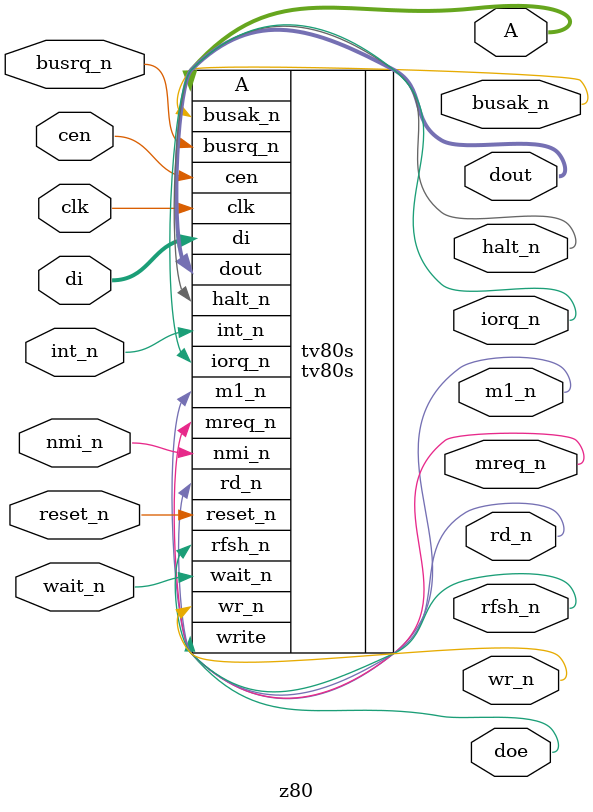
<source format=v>
/*
 * Copyright (c) 2024 ReJ aka Renaldas Zioma
 * SPDX-License-Identifier: Apache-2.0
 */

`default_nettype none

module tt_um_rejunity_z80 (
    input  wire [7:0] ui_in,    // Dedicated inputs
    output wire [7:0] uo_out,   // Dedicated outputs
    input  wire [7:0] uio_in,   // IOs: Input path
    output wire [7:0] uio_out,  // IOs: Output path
    output wire [7:0] uio_oe,   // IOs: Enable path (active high: 0=input, 1=output)
    input  wire       ena,      // will go high when the design is enabled
    input  wire       clk,      // clock
    input  wire       rst_n     // reset_n - low to reset
);

    // We have to multiplex the 16 bits of (A) address bus and 8 control signals into
    // the 8 output pins that are available in TinyTapeout.
    wire  [7:0] ctrl_signals;
    wire [15:0] addr_bus;

    // Use mux_control to select between the address bus and control signals
    //   [00] --- {A0 - A7} 
    //   [01] --- {A8 - A15}
    //   [1?] --- control signals {m1_n, mreq_n, iorq_n, rd_n, wr_n, rfsh_n, halt_n, busak_n}

    // reg [1:0] clk_counter;
    // always @(posedge clk)
    //     clk_counter <= (rst_n) ? clk_counter + 1 : 0;
    // wire z80_clk = (rst_n) ? clk_counter[1:0] == 0: clk; // Z80 clock is pulsed once every 4 TinyTapeout clock cycles

    // assign uo_out = (clk_counter[0] == 0) ? ctrl_signals :
    //                 (clk_counter[1] == 0) ? addr_bus[7:0] :
    //                                         addr_bus[15:8];

    wire z80_clk = clk;
    wire [1:0] mux_control = ui_in[7:6];
    assign uo_out = (mux_control[1] == 1) ? ctrl_signals :
                    (mux_control[0] == 0) ? addr_bus[7:0] :
                                            addr_bus[15:8];

    // reg [7:0] mux_out;
    // assign uo_out = mux_out;
    // always @(*) begin
    //     case(ui_in[7:6])
    //         2'd0:  mux_out = addr_bus[7:0];
    //         2'd1:  mux_out = addr_bus[15:8];
    //         2'd2:  mux_out = ctrl_signals;
    //         2'd3:  mux_out = ctrl_signals;
    //     endcase
    // end
    
    wire doe; // Data Output Enable
    assign uio_oe  = {8{doe}}; // (active high: 0=input, 1=output)

    z80 z80 (
        .clk     (z80_clk),
        .cen     (ena),
        .reset_n (rst_n),
        .wait_n  (ui_in[0]),
        .int_n   (ui_in[1]),
        .nmi_n   (ui_in[2]),
        .busrq_n (ui_in[3]),
        .di      (uio_in),
        .dout    (uio_out),
        .doe     (doe),
        .A       (addr_bus),
        .m1_n    (ctrl_signals[0]),
        .mreq_n  (ctrl_signals[1]),
        .iorq_n  (ctrl_signals[2]),
        .rd_n    (ctrl_signals[3]),
        .wr_n    (ctrl_signals[4]),
        .rfsh_n  (ctrl_signals[5]),
        .halt_n  (ctrl_signals[6]),
        .busak_n (ctrl_signals[7])
    );
endmodule

module z80 (
    input  wire         clk,
    input  wire         cen,
    input  wire         reset_n,
    input  wire         wait_n,
    input  wire         int_n,
    input  wire         nmi_n,
    input  wire         busrq_n,

    input  wire [7:0]   di,
    output wire [7:0]   dout,
    output wire         doe,

    output wire [15:0]  A,
    output wire         m1_n,
    output wire         mreq_n,
    output wire         iorq_n,
    output wire         rd_n,
    output wire         wr_n,
    output wire         rfsh_n,
    output wire         halt_n,
    output wire         busak_n
);

    tv80s #(
        .Mode(0),   // Z80 mode
        .T2Write(1),// wr_n active in T2
        .IOWait(1)  // std I/O cycle
    ) tv80s (
        .reset_n (reset_n),
        .clk (clk),
        .cen (cen),
        .wait_n (wait_n),
        .int_n (int_n),
        .nmi_n (nmi_n),
        .busrq_n (busrq_n),
        .m1_n (m1_n),
        .mreq_n (mreq_n),
        .iorq_n (iorq_n),
        .rd_n (rd_n),
        .wr_n (wr_n),
        .rfsh_n (rfsh_n),
        .halt_n (halt_n),
        .busak_n (busak_n),
        .A (A),
        .di (di),
        .dout (dout),
        .write (doe) 
    );

endmodule
</source>
